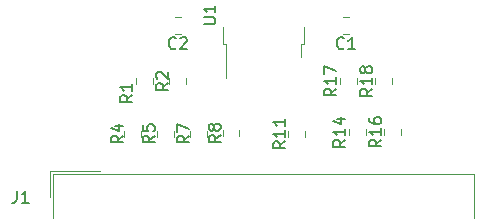
<source format=gto>
%TF.GenerationSoftware,KiCad,Pcbnew,(5.1.6-0)*%
%TF.CreationDate,2021-12-12T18:28:57+01:00*%
%TF.ProjectId,ScsiTerm,53637369-5465-4726-9d2e-6b696361645f,rev?*%
%TF.SameCoordinates,Original*%
%TF.FileFunction,Legend,Top*%
%TF.FilePolarity,Positive*%
%FSLAX46Y46*%
G04 Gerber Fmt 4.6, Leading zero omitted, Abs format (unit mm)*
G04 Created by KiCad (PCBNEW (5.1.6-0)) date 2021-12-12 18:28:57*
%MOMM*%
%LPD*%
G01*
G04 APERTURE LIST*
%ADD10C,0.120000*%
%ADD11C,0.150000*%
G04 APERTURE END LIST*
D10*
%TO.C,U1*%
X155327000Y-54413000D02*
X155327000Y-55513000D01*
X155597000Y-54413000D02*
X155327000Y-54413000D01*
X155597000Y-52913000D02*
X155597000Y-54413000D01*
X148967000Y-54413000D02*
X148967000Y-57243000D01*
X148697000Y-54413000D02*
X148967000Y-54413000D01*
X148697000Y-52913000D02*
X148697000Y-54413000D01*
%TO.C,R18*%
X161596000Y-57269748D02*
X161596000Y-57792252D01*
X163016000Y-57269748D02*
X163016000Y-57792252D01*
%TO.C,R17*%
X158675000Y-57260748D02*
X158675000Y-57783252D01*
X160095000Y-57260748D02*
X160095000Y-57783252D01*
%TO.C,R16*%
X163778000Y-62101252D02*
X163778000Y-61578748D01*
X162358000Y-62101252D02*
X162358000Y-61578748D01*
%TO.C,R14*%
X160857000Y-62119252D02*
X160857000Y-61596748D01*
X159437000Y-62119252D02*
X159437000Y-61596748D01*
%TO.C,R11*%
X155650000Y-62246252D02*
X155650000Y-61723748D01*
X154230000Y-62246252D02*
X154230000Y-61723748D01*
%TO.C,R8*%
X148705500Y-61660248D02*
X148705500Y-62182752D01*
X150125500Y-61660248D02*
X150125500Y-62182752D01*
%TO.C,R7*%
X145975000Y-61723748D02*
X145975000Y-62246252D01*
X147395000Y-61723748D02*
X147395000Y-62246252D01*
%TO.C,R5*%
X143181000Y-61714748D02*
X143181000Y-62237252D01*
X144601000Y-61714748D02*
X144601000Y-62237252D01*
%TO.C,R4*%
X140387000Y-61705748D02*
X140387000Y-62228252D01*
X141807000Y-61705748D02*
X141807000Y-62228252D01*
%TO.C,R2*%
X145617000Y-57783252D02*
X145617000Y-57260748D01*
X144197000Y-57783252D02*
X144197000Y-57260748D01*
%TO.C,R1*%
X142823000Y-57792252D02*
X142823000Y-57269748D01*
X141403000Y-57792252D02*
X141403000Y-57269748D01*
%TO.C,J1*%
X134124667Y-65125000D02*
X138318000Y-65125000D01*
X134124667Y-67365000D02*
X134124667Y-65125000D01*
X134364667Y-65365000D02*
X134364667Y-69105000D01*
X169971333Y-65365000D02*
X134364667Y-65365000D01*
X169971333Y-69105000D02*
X169971333Y-65365000D01*
%TO.C,C2*%
X144636748Y-53542000D02*
X145159252Y-53542000D01*
X144636748Y-52122000D02*
X145159252Y-52122000D01*
%TO.C,C1*%
X158878748Y-53542000D02*
X159401252Y-53542000D01*
X158878748Y-52122000D02*
X159401252Y-52122000D01*
%TO.C,U1*%
D11*
X147099380Y-52704904D02*
X147908904Y-52704904D01*
X148004142Y-52657285D01*
X148051761Y-52609666D01*
X148099380Y-52514428D01*
X148099380Y-52323952D01*
X148051761Y-52228714D01*
X148004142Y-52181095D01*
X147908904Y-52133476D01*
X147099380Y-52133476D01*
X148099380Y-51133476D02*
X148099380Y-51704904D01*
X148099380Y-51419190D02*
X147099380Y-51419190D01*
X147242238Y-51514428D01*
X147337476Y-51609666D01*
X147385095Y-51704904D01*
%TO.C,R18*%
X161361380Y-58173857D02*
X160885190Y-58507190D01*
X161361380Y-58745285D02*
X160361380Y-58745285D01*
X160361380Y-58364333D01*
X160409000Y-58269095D01*
X160456619Y-58221476D01*
X160551857Y-58173857D01*
X160694714Y-58173857D01*
X160789952Y-58221476D01*
X160837571Y-58269095D01*
X160885190Y-58364333D01*
X160885190Y-58745285D01*
X161361380Y-57221476D02*
X161361380Y-57792904D01*
X161361380Y-57507190D02*
X160361380Y-57507190D01*
X160504238Y-57602428D01*
X160599476Y-57697666D01*
X160647095Y-57792904D01*
X160789952Y-56650047D02*
X160742333Y-56745285D01*
X160694714Y-56792904D01*
X160599476Y-56840523D01*
X160551857Y-56840523D01*
X160456619Y-56792904D01*
X160409000Y-56745285D01*
X160361380Y-56650047D01*
X160361380Y-56459571D01*
X160409000Y-56364333D01*
X160456619Y-56316714D01*
X160551857Y-56269095D01*
X160599476Y-56269095D01*
X160694714Y-56316714D01*
X160742333Y-56364333D01*
X160789952Y-56459571D01*
X160789952Y-56650047D01*
X160837571Y-56745285D01*
X160885190Y-56792904D01*
X160980428Y-56840523D01*
X161170904Y-56840523D01*
X161266142Y-56792904D01*
X161313761Y-56745285D01*
X161361380Y-56650047D01*
X161361380Y-56459571D01*
X161313761Y-56364333D01*
X161266142Y-56316714D01*
X161170904Y-56269095D01*
X160980428Y-56269095D01*
X160885190Y-56316714D01*
X160837571Y-56364333D01*
X160789952Y-56459571D01*
%TO.C,R17*%
X158313380Y-58164857D02*
X157837190Y-58498190D01*
X158313380Y-58736285D02*
X157313380Y-58736285D01*
X157313380Y-58355333D01*
X157361000Y-58260095D01*
X157408619Y-58212476D01*
X157503857Y-58164857D01*
X157646714Y-58164857D01*
X157741952Y-58212476D01*
X157789571Y-58260095D01*
X157837190Y-58355333D01*
X157837190Y-58736285D01*
X158313380Y-57212476D02*
X158313380Y-57783904D01*
X158313380Y-57498190D02*
X157313380Y-57498190D01*
X157456238Y-57593428D01*
X157551476Y-57688666D01*
X157599095Y-57783904D01*
X157313380Y-56879142D02*
X157313380Y-56212476D01*
X158313380Y-56641047D01*
%TO.C,R16*%
X162123380Y-62482857D02*
X161647190Y-62816190D01*
X162123380Y-63054285D02*
X161123380Y-63054285D01*
X161123380Y-62673333D01*
X161171000Y-62578095D01*
X161218619Y-62530476D01*
X161313857Y-62482857D01*
X161456714Y-62482857D01*
X161551952Y-62530476D01*
X161599571Y-62578095D01*
X161647190Y-62673333D01*
X161647190Y-63054285D01*
X162123380Y-61530476D02*
X162123380Y-62101904D01*
X162123380Y-61816190D02*
X161123380Y-61816190D01*
X161266238Y-61911428D01*
X161361476Y-62006666D01*
X161409095Y-62101904D01*
X161123380Y-60673333D02*
X161123380Y-60863809D01*
X161171000Y-60959047D01*
X161218619Y-61006666D01*
X161361476Y-61101904D01*
X161551952Y-61149523D01*
X161932904Y-61149523D01*
X162028142Y-61101904D01*
X162075761Y-61054285D01*
X162123380Y-60959047D01*
X162123380Y-60768571D01*
X162075761Y-60673333D01*
X162028142Y-60625714D01*
X161932904Y-60578095D01*
X161694809Y-60578095D01*
X161599571Y-60625714D01*
X161551952Y-60673333D01*
X161504333Y-60768571D01*
X161504333Y-60959047D01*
X161551952Y-61054285D01*
X161599571Y-61101904D01*
X161694809Y-61149523D01*
%TO.C,R14*%
X159075380Y-62500857D02*
X158599190Y-62834190D01*
X159075380Y-63072285D02*
X158075380Y-63072285D01*
X158075380Y-62691333D01*
X158123000Y-62596095D01*
X158170619Y-62548476D01*
X158265857Y-62500857D01*
X158408714Y-62500857D01*
X158503952Y-62548476D01*
X158551571Y-62596095D01*
X158599190Y-62691333D01*
X158599190Y-63072285D01*
X159075380Y-61548476D02*
X159075380Y-62119904D01*
X159075380Y-61834190D02*
X158075380Y-61834190D01*
X158218238Y-61929428D01*
X158313476Y-62024666D01*
X158361095Y-62119904D01*
X158408714Y-60691333D02*
X159075380Y-60691333D01*
X158027761Y-60929428D02*
X158742047Y-61167523D01*
X158742047Y-60548476D01*
%TO.C,R11*%
X153995380Y-62627857D02*
X153519190Y-62961190D01*
X153995380Y-63199285D02*
X152995380Y-63199285D01*
X152995380Y-62818333D01*
X153043000Y-62723095D01*
X153090619Y-62675476D01*
X153185857Y-62627857D01*
X153328714Y-62627857D01*
X153423952Y-62675476D01*
X153471571Y-62723095D01*
X153519190Y-62818333D01*
X153519190Y-63199285D01*
X153995380Y-61675476D02*
X153995380Y-62246904D01*
X153995380Y-61961190D02*
X152995380Y-61961190D01*
X153138238Y-62056428D01*
X153233476Y-62151666D01*
X153281095Y-62246904D01*
X153995380Y-60723095D02*
X153995380Y-61294523D01*
X153995380Y-61008809D02*
X152995380Y-61008809D01*
X153138238Y-61104047D01*
X153233476Y-61199285D01*
X153281095Y-61294523D01*
%TO.C,R8*%
X148534380Y-62088166D02*
X148058190Y-62421500D01*
X148534380Y-62659595D02*
X147534380Y-62659595D01*
X147534380Y-62278642D01*
X147582000Y-62183404D01*
X147629619Y-62135785D01*
X147724857Y-62088166D01*
X147867714Y-62088166D01*
X147962952Y-62135785D01*
X148010571Y-62183404D01*
X148058190Y-62278642D01*
X148058190Y-62659595D01*
X147962952Y-61516738D02*
X147915333Y-61611976D01*
X147867714Y-61659595D01*
X147772476Y-61707214D01*
X147724857Y-61707214D01*
X147629619Y-61659595D01*
X147582000Y-61611976D01*
X147534380Y-61516738D01*
X147534380Y-61326261D01*
X147582000Y-61231023D01*
X147629619Y-61183404D01*
X147724857Y-61135785D01*
X147772476Y-61135785D01*
X147867714Y-61183404D01*
X147915333Y-61231023D01*
X147962952Y-61326261D01*
X147962952Y-61516738D01*
X148010571Y-61611976D01*
X148058190Y-61659595D01*
X148153428Y-61707214D01*
X148343904Y-61707214D01*
X148439142Y-61659595D01*
X148486761Y-61611976D01*
X148534380Y-61516738D01*
X148534380Y-61326261D01*
X148486761Y-61231023D01*
X148439142Y-61183404D01*
X148343904Y-61135785D01*
X148153428Y-61135785D01*
X148058190Y-61183404D01*
X148010571Y-61231023D01*
X147962952Y-61326261D01*
%TO.C,R7*%
X145867380Y-62142666D02*
X145391190Y-62476000D01*
X145867380Y-62714095D02*
X144867380Y-62714095D01*
X144867380Y-62333142D01*
X144915000Y-62237904D01*
X144962619Y-62190285D01*
X145057857Y-62142666D01*
X145200714Y-62142666D01*
X145295952Y-62190285D01*
X145343571Y-62237904D01*
X145391190Y-62333142D01*
X145391190Y-62714095D01*
X144867380Y-61809333D02*
X144867380Y-61142666D01*
X145867380Y-61571238D01*
%TO.C,R5*%
X142946380Y-62142666D02*
X142470190Y-62476000D01*
X142946380Y-62714095D02*
X141946380Y-62714095D01*
X141946380Y-62333142D01*
X141994000Y-62237904D01*
X142041619Y-62190285D01*
X142136857Y-62142666D01*
X142279714Y-62142666D01*
X142374952Y-62190285D01*
X142422571Y-62237904D01*
X142470190Y-62333142D01*
X142470190Y-62714095D01*
X141946380Y-61237904D02*
X141946380Y-61714095D01*
X142422571Y-61761714D01*
X142374952Y-61714095D01*
X142327333Y-61618857D01*
X142327333Y-61380761D01*
X142374952Y-61285523D01*
X142422571Y-61237904D01*
X142517809Y-61190285D01*
X142755904Y-61190285D01*
X142851142Y-61237904D01*
X142898761Y-61285523D01*
X142946380Y-61380761D01*
X142946380Y-61618857D01*
X142898761Y-61714095D01*
X142851142Y-61761714D01*
%TO.C,R4*%
X140279380Y-62142666D02*
X139803190Y-62476000D01*
X140279380Y-62714095D02*
X139279380Y-62714095D01*
X139279380Y-62333142D01*
X139327000Y-62237904D01*
X139374619Y-62190285D01*
X139469857Y-62142666D01*
X139612714Y-62142666D01*
X139707952Y-62190285D01*
X139755571Y-62237904D01*
X139803190Y-62333142D01*
X139803190Y-62714095D01*
X139612714Y-61285523D02*
X140279380Y-61285523D01*
X139231761Y-61523619D02*
X139946047Y-61761714D01*
X139946047Y-61142666D01*
%TO.C,R2*%
X144089380Y-57688666D02*
X143613190Y-58022000D01*
X144089380Y-58260095D02*
X143089380Y-58260095D01*
X143089380Y-57879142D01*
X143137000Y-57783904D01*
X143184619Y-57736285D01*
X143279857Y-57688666D01*
X143422714Y-57688666D01*
X143517952Y-57736285D01*
X143565571Y-57783904D01*
X143613190Y-57879142D01*
X143613190Y-58260095D01*
X143184619Y-57307714D02*
X143137000Y-57260095D01*
X143089380Y-57164857D01*
X143089380Y-56926761D01*
X143137000Y-56831523D01*
X143184619Y-56783904D01*
X143279857Y-56736285D01*
X143375095Y-56736285D01*
X143517952Y-56783904D01*
X144089380Y-57355333D01*
X144089380Y-56736285D01*
%TO.C,R1*%
X141041380Y-58713666D02*
X140565190Y-59047000D01*
X141041380Y-59285095D02*
X140041380Y-59285095D01*
X140041380Y-58904142D01*
X140089000Y-58808904D01*
X140136619Y-58761285D01*
X140231857Y-58713666D01*
X140374714Y-58713666D01*
X140469952Y-58761285D01*
X140517571Y-58808904D01*
X140565190Y-58904142D01*
X140565190Y-59285095D01*
X141041380Y-57761285D02*
X141041380Y-58332714D01*
X141041380Y-58047000D02*
X140041380Y-58047000D01*
X140184238Y-58142238D01*
X140279476Y-58237476D01*
X140327095Y-58332714D01*
%TO.C,J1*%
X131291333Y-66817380D02*
X131291333Y-67531666D01*
X131243714Y-67674523D01*
X131148476Y-67769761D01*
X131005619Y-67817380D01*
X130910381Y-67817380D01*
X132291333Y-67817380D02*
X131719905Y-67817380D01*
X132005619Y-67817380D02*
X132005619Y-66817380D01*
X131910381Y-66960238D01*
X131815143Y-67055476D01*
X131719905Y-67103095D01*
%TO.C,C2*%
X144740333Y-54713142D02*
X144692714Y-54760761D01*
X144549857Y-54808380D01*
X144454619Y-54808380D01*
X144311761Y-54760761D01*
X144216523Y-54665523D01*
X144168904Y-54570285D01*
X144121285Y-54379809D01*
X144121285Y-54236952D01*
X144168904Y-54046476D01*
X144216523Y-53951238D01*
X144311761Y-53856000D01*
X144454619Y-53808380D01*
X144549857Y-53808380D01*
X144692714Y-53856000D01*
X144740333Y-53903619D01*
X145121285Y-53903619D02*
X145168904Y-53856000D01*
X145264142Y-53808380D01*
X145502238Y-53808380D01*
X145597476Y-53856000D01*
X145645095Y-53903619D01*
X145692714Y-53998857D01*
X145692714Y-54094095D01*
X145645095Y-54236952D01*
X145073666Y-54808380D01*
X145692714Y-54808380D01*
%TO.C,C1*%
X158964333Y-54713142D02*
X158916714Y-54760761D01*
X158773857Y-54808380D01*
X158678619Y-54808380D01*
X158535761Y-54760761D01*
X158440523Y-54665523D01*
X158392904Y-54570285D01*
X158345285Y-54379809D01*
X158345285Y-54236952D01*
X158392904Y-54046476D01*
X158440523Y-53951238D01*
X158535761Y-53856000D01*
X158678619Y-53808380D01*
X158773857Y-53808380D01*
X158916714Y-53856000D01*
X158964333Y-53903619D01*
X159916714Y-54808380D02*
X159345285Y-54808380D01*
X159631000Y-54808380D02*
X159631000Y-53808380D01*
X159535761Y-53951238D01*
X159440523Y-54046476D01*
X159345285Y-54094095D01*
%TD*%
M02*

</source>
